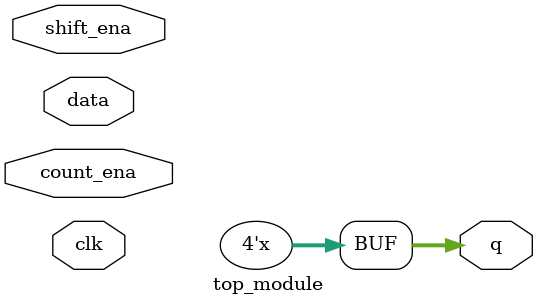
<source format=sv>
module top_module(
input clk,
input shift_ena,
input count_ena,
input data,
output reg [3:0] q);

  always @(posedge clk)
  begin
    if(shift_ena)
      q <= data;
    else if(count_ena)
      q <= q - 1;
  end

  always @(clk)
  begin
    if(!shift_ena && !count_ena)
      q <= q;
  end

endmodule

</source>
